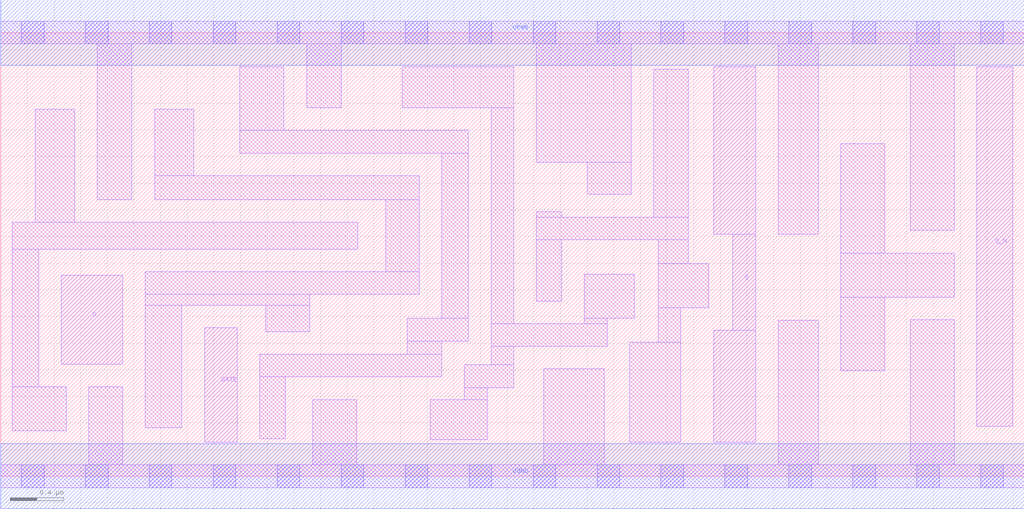
<source format=lef>
# Copyright 2020 The SkyWater PDK Authors
#
# Licensed under the Apache License, Version 2.0 (the "License");
# you may not use this file except in compliance with the License.
# You may obtain a copy of the License at
#
#     https://www.apache.org/licenses/LICENSE-2.0
#
# Unless required by applicable law or agreed to in writing, software
# distributed under the License is distributed on an "AS IS" BASIS,
# WITHOUT WARRANTIES OR CONDITIONS OF ANY KIND, either express or implied.
# See the License for the specific language governing permissions and
# limitations under the License.
#
# SPDX-License-Identifier: Apache-2.0

VERSION 5.7 ;
  NAMESCASESENSITIVE ON ;
  NOWIREEXTENSIONATPIN ON ;
  DIVIDERCHAR "/" ;
  BUSBITCHARS "[]" ;
UNITS
  DATABASE MICRONS 200 ;
END UNITS
MACRO sky130_fd_sc_lp__dlxbp_1
  CLASS CORE ;
  SOURCE USER ;
  FOREIGN sky130_fd_sc_lp__dlxbp_1 ;
  ORIGIN  0.000000  0.000000 ;
  SIZE  7.680000 BY  3.330000 ;
  SYMMETRY X Y R90 ;
  SITE unit ;
  PIN D
    ANTENNAGATEAREA  0.159000 ;
    DIRECTION INPUT ;
    USE SIGNAL ;
    PORT
      LAYER li1 ;
        RECT 0.455000 0.840000 0.915000 1.510000 ;
    END
  END D
  PIN Q
    ANTENNADIFFAREA  0.556500 ;
    DIRECTION OUTPUT ;
    USE SIGNAL ;
    PORT
      LAYER li1 ;
        RECT 5.350000 0.255000 5.665000 1.095000 ;
        RECT 5.350000 1.815000 5.665000 3.075000 ;
        RECT 5.495000 1.095000 5.665000 1.815000 ;
    END
  END Q
  PIN Q_N
    ANTENNADIFFAREA  0.556500 ;
    DIRECTION OUTPUT ;
    USE SIGNAL ;
    PORT
      LAYER li1 ;
        RECT 7.325000 0.375000 7.595000 3.075000 ;
    END
  END Q_N
  PIN GATE
    ANTENNAGATEAREA  0.159000 ;
    DIRECTION INPUT ;
    USE CLOCK ;
    PORT
      LAYER li1 ;
        RECT 1.530000 0.255000 1.775000 1.115000 ;
    END
  END GATE
  PIN VGND
    DIRECTION INOUT ;
    USE GROUND ;
    PORT
      LAYER met1 ;
        RECT 0.000000 -0.245000 7.680000 0.245000 ;
    END
  END VGND
  PIN VPWR
    DIRECTION INOUT ;
    USE POWER ;
    PORT
      LAYER met1 ;
        RECT 0.000000 3.085000 7.680000 3.575000 ;
    END
  END VPWR
  OBS
    LAYER li1 ;
      RECT 0.000000 -0.085000 7.680000 0.085000 ;
      RECT 0.000000  3.245000 7.680000 3.415000 ;
      RECT 0.085000  0.340000 0.490000 0.670000 ;
      RECT 0.085000  0.670000 0.285000 1.705000 ;
      RECT 0.085000  1.705000 2.680000 1.905000 ;
      RECT 0.260000  1.905000 0.555000 2.755000 ;
      RECT 0.660000  0.085000 0.915000 0.670000 ;
      RECT 0.725000  2.075000 0.985000 3.245000 ;
      RECT 1.085000  0.365000 1.360000 1.285000 ;
      RECT 1.085000  1.285000 2.320000 1.365000 ;
      RECT 1.085000  1.365000 3.140000 1.535000 ;
      RECT 1.155000  2.075000 3.140000 2.255000 ;
      RECT 1.155000  2.255000 1.450000 2.755000 ;
      RECT 1.795000  2.425000 3.510000 2.595000 ;
      RECT 1.795000  2.595000 2.125000 3.075000 ;
      RECT 1.945000  0.280000 2.135000 0.745000 ;
      RECT 1.945000  0.745000 3.310000 0.915000 ;
      RECT 1.990000  1.085000 2.320000 1.285000 ;
      RECT 2.295000  2.765000 2.555000 3.245000 ;
      RECT 2.340000  0.085000 2.670000 0.575000 ;
      RECT 2.890000  1.535000 3.140000 2.075000 ;
      RECT 3.015000  2.765000 3.850000 3.075000 ;
      RECT 3.050000  0.915000 3.310000 1.015000 ;
      RECT 3.050000  1.015000 3.510000 1.185000 ;
      RECT 3.225000  0.275000 3.650000 0.575000 ;
      RECT 3.310000  1.185000 3.510000 2.425000 ;
      RECT 3.480000  0.575000 3.650000 0.665000 ;
      RECT 3.480000  0.665000 3.850000 0.835000 ;
      RECT 3.680000  0.835000 3.850000 0.975000 ;
      RECT 3.680000  0.975000 4.550000 1.145000 ;
      RECT 3.680000  1.145000 3.850000 2.765000 ;
      RECT 4.020000  1.315000 4.210000 1.775000 ;
      RECT 4.020000  1.775000 5.160000 1.945000 ;
      RECT 4.020000  1.945000 4.210000 1.985000 ;
      RECT 4.020000  2.355000 4.730000 3.245000 ;
      RECT 4.075000  0.085000 4.530000 0.805000 ;
      RECT 4.380000  1.145000 4.550000 1.185000 ;
      RECT 4.380000  1.185000 4.755000 1.515000 ;
      RECT 4.400000  2.115000 4.730000 2.355000 ;
      RECT 4.720000  0.255000 5.105000 1.005000 ;
      RECT 4.900000  1.945000 5.160000 3.055000 ;
      RECT 4.935000  1.005000 5.105000 1.265000 ;
      RECT 4.935000  1.265000 5.315000 1.595000 ;
      RECT 4.935000  1.595000 5.160000 1.775000 ;
      RECT 5.835000  0.085000 6.135000 1.170000 ;
      RECT 5.835000  1.815000 6.135000 3.245000 ;
      RECT 6.305000  0.790000 6.635000 1.345000 ;
      RECT 6.305000  1.345000 7.155000 1.675000 ;
      RECT 6.305000  1.675000 6.635000 2.495000 ;
      RECT 6.825000  0.085000 7.155000 1.175000 ;
      RECT 6.825000  1.845000 7.155000 3.245000 ;
    LAYER mcon ;
      RECT 0.155000 -0.085000 0.325000 0.085000 ;
      RECT 0.155000  3.245000 0.325000 3.415000 ;
      RECT 0.635000 -0.085000 0.805000 0.085000 ;
      RECT 0.635000  3.245000 0.805000 3.415000 ;
      RECT 1.115000 -0.085000 1.285000 0.085000 ;
      RECT 1.115000  3.245000 1.285000 3.415000 ;
      RECT 1.595000 -0.085000 1.765000 0.085000 ;
      RECT 1.595000  3.245000 1.765000 3.415000 ;
      RECT 2.075000 -0.085000 2.245000 0.085000 ;
      RECT 2.075000  3.245000 2.245000 3.415000 ;
      RECT 2.555000 -0.085000 2.725000 0.085000 ;
      RECT 2.555000  3.245000 2.725000 3.415000 ;
      RECT 3.035000 -0.085000 3.205000 0.085000 ;
      RECT 3.035000  3.245000 3.205000 3.415000 ;
      RECT 3.515000 -0.085000 3.685000 0.085000 ;
      RECT 3.515000  3.245000 3.685000 3.415000 ;
      RECT 3.995000 -0.085000 4.165000 0.085000 ;
      RECT 3.995000  3.245000 4.165000 3.415000 ;
      RECT 4.475000 -0.085000 4.645000 0.085000 ;
      RECT 4.475000  3.245000 4.645000 3.415000 ;
      RECT 4.955000 -0.085000 5.125000 0.085000 ;
      RECT 4.955000  3.245000 5.125000 3.415000 ;
      RECT 5.435000 -0.085000 5.605000 0.085000 ;
      RECT 5.435000  3.245000 5.605000 3.415000 ;
      RECT 5.915000 -0.085000 6.085000 0.085000 ;
      RECT 5.915000  3.245000 6.085000 3.415000 ;
      RECT 6.395000 -0.085000 6.565000 0.085000 ;
      RECT 6.395000  3.245000 6.565000 3.415000 ;
      RECT 6.875000 -0.085000 7.045000 0.085000 ;
      RECT 6.875000  3.245000 7.045000 3.415000 ;
      RECT 7.355000 -0.085000 7.525000 0.085000 ;
      RECT 7.355000  3.245000 7.525000 3.415000 ;
  END
END sky130_fd_sc_lp__dlxbp_1

</source>
